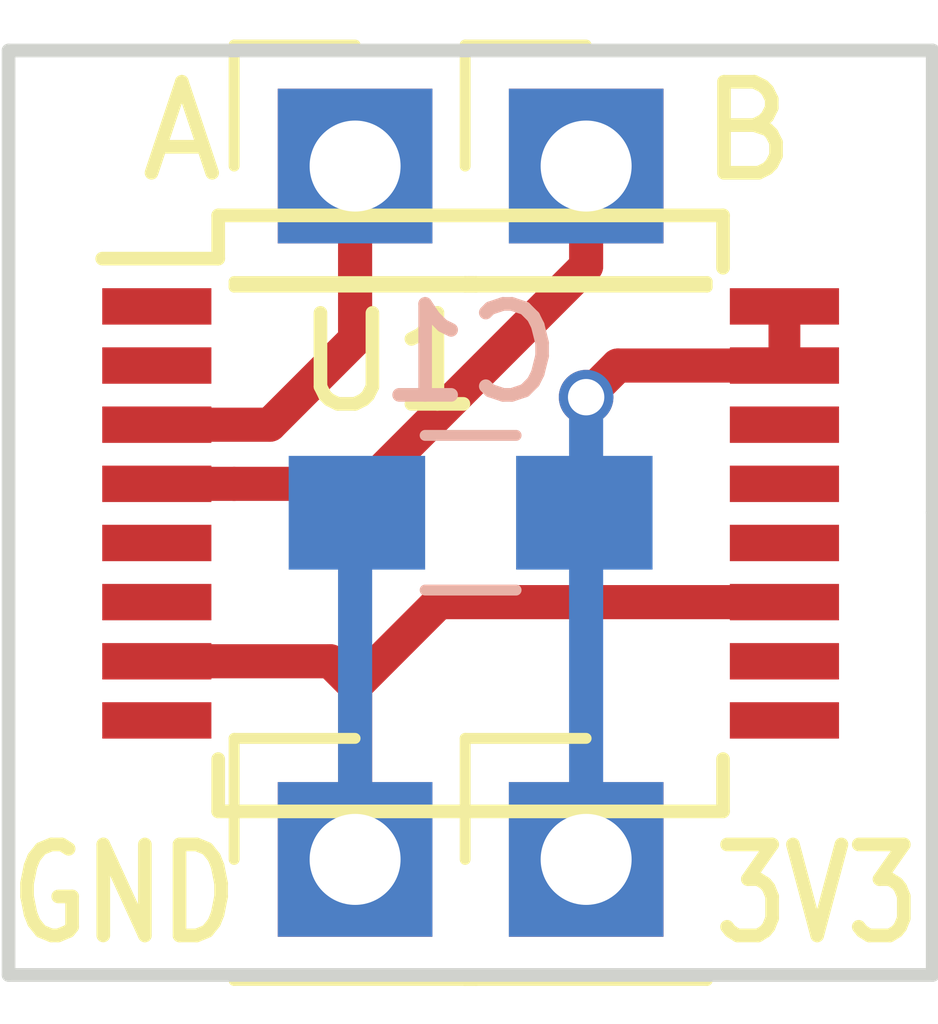
<source format=kicad_pcb>
(kicad_pcb (version 4) (host pcbnew 4.0.7)

  (general
    (links 8)
    (no_connects 0)
    (area 140.477142 93.224999 156.702858 106.275)
    (thickness 1.6)
    (drawings 5)
    (tracks 22)
    (zones 0)
    (modules 6)
    (nets 15)
  )

  (page A4)
  (layers
    (0 F.Cu signal)
    (31 B.Cu signal)
    (32 B.Adhes user)
    (33 F.Adhes user)
    (34 B.Paste user)
    (35 F.Paste user)
    (36 B.SilkS user)
    (37 F.SilkS user)
    (38 B.Mask user)
    (39 F.Mask user hide)
    (40 Dwgs.User user)
    (41 Cmts.User user)
    (42 Eco1.User user)
    (43 Eco2.User user)
    (44 Edge.Cuts user)
    (45 Margin user)
    (46 B.CrtYd user)
    (47 F.CrtYd user)
    (48 B.Fab user)
    (49 F.Fab user hide)
  )

  (setup
    (last_trace_width 0.25)
    (trace_clearance 0.2)
    (zone_clearance 0.508)
    (zone_45_only no)
    (trace_min 0.2)
    (segment_width 0.2)
    (edge_width 0.15)
    (via_size 0.6)
    (via_drill 0.4)
    (via_min_size 0.4)
    (via_min_drill 0.3)
    (uvia_size 0.3)
    (uvia_drill 0.1)
    (uvias_allowed no)
    (uvia_min_size 0.2)
    (uvia_min_drill 0.1)
    (pcb_text_width 0.3)
    (pcb_text_size 1.5 1.5)
    (mod_edge_width 0.15)
    (mod_text_size 1 1)
    (mod_text_width 0.15)
    (pad_size 1.524 1.524)
    (pad_drill 0.762)
    (pad_to_mask_clearance 0.2)
    (aux_axis_origin 0 0)
    (grid_origin 147.32 102.87)
    (visible_elements 7FFFFFFF)
    (pcbplotparams
      (layerselection 0x00030_80000001)
      (usegerberextensions false)
      (excludeedgelayer true)
      (linewidth 0.100000)
      (plotframeref false)
      (viasonmask false)
      (mode 1)
      (useauxorigin false)
      (hpglpennumber 1)
      (hpglpenspeed 20)
      (hpglpendiameter 15)
      (hpglpenoverlay 2)
      (psnegative false)
      (psa4output false)
      (plotreference true)
      (plotvalue true)
      (plotinvisibletext false)
      (padsonsilk false)
      (subtractmaskfromsilk false)
      (outputformat 1)
      (mirror false)
      (drillshape 1)
      (scaleselection 1)
      (outputdirectory ""))
  )

  (net 0 "")
  (net 1 "Net-(U1-Pad1)")
  (net 2 "Net-(U1-Pad2)")
  (net 3 "Net-(U1-Pad5)")
  (net 4 "Net-(U1-Pad6)")
  (net 5 "Net-(U1-Pad8)")
  (net 6 "Net-(U1-Pad9)")
  (net 7 "Net-(U1-Pad10)")
  (net 8 "Net-(U1-Pad12)")
  (net 9 "Net-(U1-Pad13)")
  (net 10 "Net-(U1-Pad14)")
  (net 11 "Net-(C1-Pad1)")
  (net 12 "Net-(C1-Pad2)")
  (net 13 "Net-(J1-Pad1)")
  (net 14 "Net-(J2-Pad1)")

  (net_class Default "Это класс цепей по умолчанию."
    (clearance 0.2)
    (trace_width 0.25)
    (via_dia 0.6)
    (via_drill 0.4)
    (uvia_dia 0.3)
    (uvia_drill 0.1)
    (add_net "Net-(C1-Pad1)")
    (add_net "Net-(C1-Pad2)")
    (add_net "Net-(J1-Pad1)")
    (add_net "Net-(J2-Pad1)")
    (add_net "Net-(U1-Pad1)")
    (add_net "Net-(U1-Pad10)")
    (add_net "Net-(U1-Pad12)")
    (add_net "Net-(U1-Pad13)")
    (add_net "Net-(U1-Pad14)")
    (add_net "Net-(U1-Pad2)")
    (add_net "Net-(U1-Pad5)")
    (add_net "Net-(U1-Pad6)")
    (add_net "Net-(U1-Pad8)")
    (add_net "Net-(U1-Pad9)")
  )

  (module Capacitors_SMD:C_0805_HandSoldering (layer B.Cu) (tedit 58AA84A8) (tstamp 5A874EEE)
    (at 148.59 99.06 180)
    (descr "Capacitor SMD 0805, hand soldering")
    (tags "capacitor 0805")
    (path /5A874C3C)
    (attr smd)
    (fp_text reference C1 (at 0 1.75 180) (layer B.SilkS)
      (effects (font (size 1 1) (thickness 0.15)) (justify mirror))
    )
    (fp_text value C_Small (at 0 -1.75 180) (layer B.Fab)
      (effects (font (size 1 1) (thickness 0.15)) (justify mirror))
    )
    (fp_text user %R (at 0 1.75 180) (layer B.Fab)
      (effects (font (size 1 1) (thickness 0.15)) (justify mirror))
    )
    (fp_line (start -1 -0.62) (end -1 0.62) (layer B.Fab) (width 0.1))
    (fp_line (start 1 -0.62) (end -1 -0.62) (layer B.Fab) (width 0.1))
    (fp_line (start 1 0.62) (end 1 -0.62) (layer B.Fab) (width 0.1))
    (fp_line (start -1 0.62) (end 1 0.62) (layer B.Fab) (width 0.1))
    (fp_line (start 0.5 0.85) (end -0.5 0.85) (layer B.SilkS) (width 0.12))
    (fp_line (start -0.5 -0.85) (end 0.5 -0.85) (layer B.SilkS) (width 0.12))
    (fp_line (start -2.25 0.88) (end 2.25 0.88) (layer B.CrtYd) (width 0.05))
    (fp_line (start -2.25 0.88) (end -2.25 -0.87) (layer B.CrtYd) (width 0.05))
    (fp_line (start 2.25 -0.87) (end 2.25 0.88) (layer B.CrtYd) (width 0.05))
    (fp_line (start 2.25 -0.87) (end -2.25 -0.87) (layer B.CrtYd) (width 0.05))
    (pad 1 smd rect (at -1.25 0 180) (size 1.5 1.25) (layers B.Cu B.Paste B.Mask)
      (net 11 "Net-(C1-Pad1)"))
    (pad 2 smd rect (at 1.25 0 180) (size 1.5 1.25) (layers B.Cu B.Paste B.Mask)
      (net 12 "Net-(C1-Pad2)"))
    (model Capacitors_SMD.3dshapes/C_0805.wrl
      (at (xyz 0 0 0))
      (scale (xyz 1 1 1))
      (rotate (xyz 0 0 0))
    )
  )

  (module Pin_Headers:Pin_Header_Straight_1x01_Pitch2.54mm (layer F.Cu) (tedit 5A875BD6) (tstamp 5A8758A4)
    (at 147.32 95.25)
    (descr "Through hole straight pin header, 1x01, 2.54mm pitch, single row")
    (tags "Through hole pin header THT 1x01 2.54mm single row")
    (path /5A875614)
    (fp_text reference A (at -1.905 -0.381) (layer F.SilkS)
      (effects (font (size 1 1) (thickness 0.15)))
    )
    (fp_text value Conn_01x01_Male (at 0 2.33) (layer F.Fab)
      (effects (font (size 1 1) (thickness 0.15)))
    )
    (fp_line (start -0.635 -1.27) (end 1.27 -1.27) (layer F.Fab) (width 0.1))
    (fp_line (start 1.27 -1.27) (end 1.27 1.27) (layer F.Fab) (width 0.1))
    (fp_line (start 1.27 1.27) (end -1.27 1.27) (layer F.Fab) (width 0.1))
    (fp_line (start -1.27 1.27) (end -1.27 -0.635) (layer F.Fab) (width 0.1))
    (fp_line (start -1.27 -0.635) (end -0.635 -1.27) (layer F.Fab) (width 0.1))
    (fp_line (start -1.33 1.33) (end 1.33 1.33) (layer F.SilkS) (width 0.12))
    (fp_line (start -1.33 1.27) (end -1.33 1.33) (layer F.SilkS) (width 0.12))
    (fp_line (start 1.33 1.27) (end 1.33 1.33) (layer F.SilkS) (width 0.12))
    (fp_line (start -1.33 1.27) (end 1.33 1.27) (layer F.SilkS) (width 0.12))
    (fp_line (start -1.33 0) (end -1.33 -1.33) (layer F.SilkS) (width 0.12))
    (fp_line (start -1.33 -1.33) (end 0 -1.33) (layer F.SilkS) (width 0.12))
    (fp_line (start -1.8 -1.8) (end -1.8 1.8) (layer F.CrtYd) (width 0.05))
    (fp_line (start -1.8 1.8) (end 1.8 1.8) (layer F.CrtYd) (width 0.05))
    (fp_line (start 1.8 1.8) (end 1.8 -1.8) (layer F.CrtYd) (width 0.05))
    (fp_line (start 1.8 -1.8) (end -1.8 -1.8) (layer F.CrtYd) (width 0.05))
    (fp_text user %R (at 0 0 90) (layer F.Fab)
      (effects (font (size 1 1) (thickness 0.15)))
    )
    (pad 1 thru_hole rect (at 0 0) (size 1.7 1.7) (drill 1) (layers *.Cu *.Mask)
      (net 13 "Net-(J1-Pad1)"))
    (model ${KISYS3DMOD}/Pin_Headers.3dshapes/Pin_Header_Straight_1x01_Pitch2.54mm.wrl
      (at (xyz 0 0 0))
      (scale (xyz 1 1 1))
      (rotate (xyz 0 0 0))
    )
  )

  (module Pin_Headers:Pin_Header_Straight_1x01_Pitch2.54mm (layer F.Cu) (tedit 5A875BD1) (tstamp 5A8758B9)
    (at 149.86 95.25)
    (descr "Through hole straight pin header, 1x01, 2.54mm pitch, single row")
    (tags "Through hole pin header THT 1x01 2.54mm single row")
    (path /5A875669)
    (fp_text reference B (at 1.778 -0.381) (layer F.SilkS)
      (effects (font (size 1 1) (thickness 0.15)))
    )
    (fp_text value Conn_01x01_Male (at 0 2.33) (layer F.Fab)
      (effects (font (size 1 1) (thickness 0.15)))
    )
    (fp_line (start -0.635 -1.27) (end 1.27 -1.27) (layer F.Fab) (width 0.1))
    (fp_line (start 1.27 -1.27) (end 1.27 1.27) (layer F.Fab) (width 0.1))
    (fp_line (start 1.27 1.27) (end -1.27 1.27) (layer F.Fab) (width 0.1))
    (fp_line (start -1.27 1.27) (end -1.27 -0.635) (layer F.Fab) (width 0.1))
    (fp_line (start -1.27 -0.635) (end -0.635 -1.27) (layer F.Fab) (width 0.1))
    (fp_line (start -1.33 1.33) (end 1.33 1.33) (layer F.SilkS) (width 0.12))
    (fp_line (start -1.33 1.27) (end -1.33 1.33) (layer F.SilkS) (width 0.12))
    (fp_line (start 1.33 1.27) (end 1.33 1.33) (layer F.SilkS) (width 0.12))
    (fp_line (start -1.33 1.27) (end 1.33 1.27) (layer F.SilkS) (width 0.12))
    (fp_line (start -1.33 0) (end -1.33 -1.33) (layer F.SilkS) (width 0.12))
    (fp_line (start -1.33 -1.33) (end 0 -1.33) (layer F.SilkS) (width 0.12))
    (fp_line (start -1.8 -1.8) (end -1.8 1.8) (layer F.CrtYd) (width 0.05))
    (fp_line (start -1.8 1.8) (end 1.8 1.8) (layer F.CrtYd) (width 0.05))
    (fp_line (start 1.8 1.8) (end 1.8 -1.8) (layer F.CrtYd) (width 0.05))
    (fp_line (start 1.8 -1.8) (end -1.8 -1.8) (layer F.CrtYd) (width 0.05))
    (fp_text user %R (at 0 0 90) (layer F.Fab)
      (effects (font (size 1 1) (thickness 0.15)))
    )
    (pad 1 thru_hole rect (at 0 0) (size 1.7 1.7) (drill 1) (layers *.Cu *.Mask)
      (net 14 "Net-(J2-Pad1)"))
    (model ${KISYS3DMOD}/Pin_Headers.3dshapes/Pin_Header_Straight_1x01_Pitch2.54mm.wrl
      (at (xyz 0 0 0))
      (scale (xyz 1 1 1))
      (rotate (xyz 0 0 0))
    )
  )

  (module Pin_Headers:Pin_Header_Straight_1x01_Pitch2.54mm (layer F.Cu) (tedit 5A9F2B5F) (tstamp 5A8758CE)
    (at 149.86 102.87)
    (descr "Through hole straight pin header, 1x01, 2.54mm pitch, single row")
    (tags "Through hole pin header THT 1x01 2.54mm single row")
    (path /5A87556E)
    (fp_text reference 3V3 (at 2.54 0.381) (layer F.SilkS)
      (effects (font (size 1 0.8) (thickness 0.15)))
    )
    (fp_text value Conn_01x01_Male (at 0 2.33) (layer F.Fab)
      (effects (font (size 1 1) (thickness 0.15)))
    )
    (fp_line (start -0.635 -1.27) (end 1.27 -1.27) (layer F.Fab) (width 0.1))
    (fp_line (start 1.27 -1.27) (end 1.27 1.27) (layer F.Fab) (width 0.1))
    (fp_line (start 1.27 1.27) (end -1.27 1.27) (layer F.Fab) (width 0.1))
    (fp_line (start -1.27 1.27) (end -1.27 -0.635) (layer F.Fab) (width 0.1))
    (fp_line (start -1.27 -0.635) (end -0.635 -1.27) (layer F.Fab) (width 0.1))
    (fp_line (start -1.33 1.33) (end 1.33 1.33) (layer F.SilkS) (width 0.12))
    (fp_line (start -1.33 1.27) (end -1.33 1.33) (layer F.SilkS) (width 0.12))
    (fp_line (start 1.33 1.27) (end 1.33 1.33) (layer F.SilkS) (width 0.12))
    (fp_line (start -1.33 1.27) (end 1.33 1.27) (layer F.SilkS) (width 0.12))
    (fp_line (start -1.33 0) (end -1.33 -1.33) (layer F.SilkS) (width 0.12))
    (fp_line (start -1.33 -1.33) (end 0 -1.33) (layer F.SilkS) (width 0.12))
    (fp_line (start -1.8 -1.8) (end -1.8 1.8) (layer F.CrtYd) (width 0.05))
    (fp_line (start -1.8 1.8) (end 1.8 1.8) (layer F.CrtYd) (width 0.05))
    (fp_line (start 1.8 1.8) (end 1.8 -1.8) (layer F.CrtYd) (width 0.05))
    (fp_line (start 1.8 -1.8) (end -1.8 -1.8) (layer F.CrtYd) (width 0.05))
    (fp_text user %R (at 0 0 90) (layer F.Fab)
      (effects (font (size 1 1) (thickness 0.15)))
    )
    (pad 1 thru_hole rect (at 0 0) (size 1.7 1.7) (drill 1) (layers *.Cu *.Mask)
      (net 11 "Net-(C1-Pad1)"))
    (model ${KISYS3DMOD}/Pin_Headers.3dshapes/Pin_Header_Straight_1x01_Pitch2.54mm.wrl
      (at (xyz 0 0 0))
      (scale (xyz 1 1 1))
      (rotate (xyz 0 0 0))
    )
  )

  (module Pin_Headers:Pin_Header_Straight_1x01_Pitch2.54mm (layer F.Cu) (tedit 5A9F2B4E) (tstamp 5A8758E3)
    (at 147.32 102.87)
    (descr "Through hole straight pin header, 1x01, 2.54mm pitch, single row")
    (tags "Through hole pin header THT 1x01 2.54mm single row")
    (path /5A8755D9)
    (fp_text reference GND (at -2.54 0.381) (layer F.SilkS)
      (effects (font (size 1 0.8) (thickness 0.15)))
    )
    (fp_text value Conn_01x01_Male (at 0 2.33) (layer F.Fab)
      (effects (font (size 1 1) (thickness 0.15)))
    )
    (fp_line (start -0.635 -1.27) (end 1.27 -1.27) (layer F.Fab) (width 0.1))
    (fp_line (start 1.27 -1.27) (end 1.27 1.27) (layer F.Fab) (width 0.1))
    (fp_line (start 1.27 1.27) (end -1.27 1.27) (layer F.Fab) (width 0.1))
    (fp_line (start -1.27 1.27) (end -1.27 -0.635) (layer F.Fab) (width 0.1))
    (fp_line (start -1.27 -0.635) (end -0.635 -1.27) (layer F.Fab) (width 0.1))
    (fp_line (start -1.33 1.33) (end 1.33 1.33) (layer F.SilkS) (width 0.12))
    (fp_line (start -1.33 1.27) (end -1.33 1.33) (layer F.SilkS) (width 0.12))
    (fp_line (start 1.33 1.27) (end 1.33 1.33) (layer F.SilkS) (width 0.12))
    (fp_line (start -1.33 1.27) (end 1.33 1.27) (layer F.SilkS) (width 0.12))
    (fp_line (start -1.33 0) (end -1.33 -1.33) (layer F.SilkS) (width 0.12))
    (fp_line (start -1.33 -1.33) (end 0 -1.33) (layer F.SilkS) (width 0.12))
    (fp_line (start -1.8 -1.8) (end -1.8 1.8) (layer F.CrtYd) (width 0.05))
    (fp_line (start -1.8 1.8) (end 1.8 1.8) (layer F.CrtYd) (width 0.05))
    (fp_line (start 1.8 1.8) (end 1.8 -1.8) (layer F.CrtYd) (width 0.05))
    (fp_line (start 1.8 -1.8) (end -1.8 -1.8) (layer F.CrtYd) (width 0.05))
    (fp_text user %R (at 0 0 90) (layer F.Fab)
      (effects (font (size 1 1) (thickness 0.15)))
    )
    (pad 1 thru_hole rect (at 0 0) (size 1.7 1.7) (drill 1) (layers *.Cu *.Mask)
      (net 12 "Net-(C1-Pad2)"))
    (model ${KISYS3DMOD}/Pin_Headers.3dshapes/Pin_Header_Straight_1x01_Pitch2.54mm.wrl
      (at (xyz 0 0 0))
      (scale (xyz 1 1 1))
      (rotate (xyz 0 0 0))
    )
  )

  (module Housings_SSOP:SSOP-16_5.3x6.2mm_Pitch0.65mm (layer F.Cu) (tedit 54130A77) (tstamp 5A9F2488)
    (at 148.59 99.0675)
    (descr "SSOP16: plastic shrink small outline package; 16 leads; body width 5.3 mm; (see NXP SSOP-TSSOP-VSO-REFLOW.pdf and sot338-1_po.pdf)")
    (tags "SSOP 0.65")
    (path /5A874BBC)
    (attr smd)
    (fp_text reference U1 (at -0.889 -1.6585) (layer F.SilkS)
      (effects (font (size 1 1) (thickness 0.15)))
    )
    (fp_text value AD5593R (at 0 4.2) (layer F.Fab)
      (effects (font (size 1 1) (thickness 0.15)))
    )
    (fp_line (start -1.65 -3.1) (end 2.65 -3.1) (layer F.Fab) (width 0.15))
    (fp_line (start 2.65 -3.1) (end 2.65 3.1) (layer F.Fab) (width 0.15))
    (fp_line (start 2.65 3.1) (end -2.65 3.1) (layer F.Fab) (width 0.15))
    (fp_line (start -2.65 3.1) (end -2.65 -2.1) (layer F.Fab) (width 0.15))
    (fp_line (start -2.65 -2.1) (end -1.65 -3.1) (layer F.Fab) (width 0.15))
    (fp_line (start -4.3 -3.45) (end -4.3 3.45) (layer F.CrtYd) (width 0.05))
    (fp_line (start 4.3 -3.45) (end 4.3 3.45) (layer F.CrtYd) (width 0.05))
    (fp_line (start -4.3 -3.45) (end 4.3 -3.45) (layer F.CrtYd) (width 0.05))
    (fp_line (start -4.3 3.45) (end 4.3 3.45) (layer F.CrtYd) (width 0.05))
    (fp_line (start -2.775 -3.275) (end -2.775 -2.8) (layer F.SilkS) (width 0.15))
    (fp_line (start 2.775 -3.275) (end 2.775 -2.7) (layer F.SilkS) (width 0.15))
    (fp_line (start 2.775 3.275) (end 2.775 2.7) (layer F.SilkS) (width 0.15))
    (fp_line (start -2.775 3.275) (end -2.775 2.7) (layer F.SilkS) (width 0.15))
    (fp_line (start -2.775 -3.275) (end 2.775 -3.275) (layer F.SilkS) (width 0.15))
    (fp_line (start -2.775 3.275) (end 2.775 3.275) (layer F.SilkS) (width 0.15))
    (fp_line (start -2.775 -2.8) (end -4.05 -2.8) (layer F.SilkS) (width 0.15))
    (fp_text user %R (at 0 0) (layer F.Fab)
      (effects (font (size 0.8 0.8) (thickness 0.15)))
    )
    (pad 1 smd rect (at -3.45 -2.275) (size 1.2 0.4) (layers F.Cu F.Paste F.Mask)
      (net 1 "Net-(U1-Pad1)"))
    (pad 2 smd rect (at -3.45 -1.625) (size 1.2 0.4) (layers F.Cu F.Paste F.Mask)
      (net 2 "Net-(U1-Pad2)"))
    (pad 3 smd rect (at -3.45 -0.975) (size 1.2 0.4) (layers F.Cu F.Paste F.Mask)
      (net 13 "Net-(J1-Pad1)"))
    (pad 4 smd rect (at -3.45 -0.325) (size 1.2 0.4) (layers F.Cu F.Paste F.Mask)
      (net 14 "Net-(J2-Pad1)"))
    (pad 5 smd rect (at -3.45 0.325) (size 1.2 0.4) (layers F.Cu F.Paste F.Mask)
      (net 3 "Net-(U1-Pad5)"))
    (pad 6 smd rect (at -3.45 0.975) (size 1.2 0.4) (layers F.Cu F.Paste F.Mask)
      (net 4 "Net-(U1-Pad6)"))
    (pad 7 smd rect (at -3.45 1.625) (size 1.2 0.4) (layers F.Cu F.Paste F.Mask)
      (net 12 "Net-(C1-Pad2)"))
    (pad 8 smd rect (at -3.45 2.275) (size 1.2 0.4) (layers F.Cu F.Paste F.Mask)
      (net 5 "Net-(U1-Pad8)"))
    (pad 9 smd rect (at 3.45 2.275) (size 1.2 0.4) (layers F.Cu F.Paste F.Mask)
      (net 6 "Net-(U1-Pad9)"))
    (pad 10 smd rect (at 3.45 1.625) (size 1.2 0.4) (layers F.Cu F.Paste F.Mask)
      (net 7 "Net-(U1-Pad10)"))
    (pad 11 smd rect (at 3.45 0.975) (size 1.2 0.4) (layers F.Cu F.Paste F.Mask)
      (net 12 "Net-(C1-Pad2)"))
    (pad 12 smd rect (at 3.45 0.325) (size 1.2 0.4) (layers F.Cu F.Paste F.Mask)
      (net 8 "Net-(U1-Pad12)"))
    (pad 13 smd rect (at 3.45 -0.325) (size 1.2 0.4) (layers F.Cu F.Paste F.Mask)
      (net 9 "Net-(U1-Pad13)"))
    (pad 14 smd rect (at 3.45 -0.975) (size 1.2 0.4) (layers F.Cu F.Paste F.Mask)
      (net 10 "Net-(U1-Pad14)"))
    (pad 15 smd rect (at 3.45 -1.625) (size 1.2 0.4) (layers F.Cu F.Paste F.Mask)
      (net 11 "Net-(C1-Pad1)"))
    (pad 16 smd rect (at 3.45 -2.275) (size 1.2 0.4) (layers F.Cu F.Paste F.Mask)
      (net 11 "Net-(C1-Pad1)"))
    (model ${KISYS3DMOD}/Housings_SSOP.3dshapes/SSOP-16_5.3x6.2mm_Pitch0.65mm.wrl
      (at (xyz 0 0 0))
      (scale (xyz 1 1 1))
      (rotate (xyz 0 0 0))
    )
  )

  (gr_line (start 143.51 104.14) (end 153.67 104.14) (layer Edge.Cuts) (width 0.15))
  (gr_line (start 153.67 104.14) (end 153.67 99.06) (layer Edge.Cuts) (width 0.15))
  (gr_line (start 143.51 93.98) (end 143.51 104.14) (layer Edge.Cuts) (width 0.15))
  (gr_line (start 153.67 93.98) (end 143.51 93.98) (layer Edge.Cuts) (width 0.15))
  (gr_line (start 153.67 99.06) (end 153.67 93.98) (layer Edge.Cuts) (width 0.15))

  (segment (start 149.86 97.79) (end 149.86 99.04) (width 0.375) (layer B.Cu) (net 11))
  (segment (start 149.86 99.04) (end 149.84 99.06) (width 0.25) (layer B.Cu) (net 11))
  (segment (start 152.04 97.4425) (end 150.2075 97.4425) (width 0.375) (layer F.Cu) (net 11))
  (segment (start 150.2075 97.4425) (end 149.86 97.79) (width 0.375) (layer F.Cu) (net 11))
  (via (at 149.86 97.79) (size 0.6) (drill 0.4) (layers F.Cu B.Cu) (net 11))
  (segment (start 152.04 96.7925) (end 152.04 97.4425) (width 0.35) (layer F.Cu) (net 11))
  (segment (start 149.86 102.87) (end 149.86 99.08) (width 0.375) (layer B.Cu) (net 11))
  (segment (start 149.86 99.08) (end 149.84 99.06) (width 0.25) (layer B.Cu) (net 11))
  (segment (start 152.04 100.0425) (end 148.2425 100.0425) (width 0.375) (layer F.Cu) (net 12))
  (segment (start 148.2425 100.0425) (end 147.32 100.965) (width 0.375) (layer F.Cu) (net 12))
  (segment (start 147.0475 100.6925) (end 147.32 100.965) (width 0.375) (layer F.Cu) (net 12))
  (segment (start 147.32 100.965) (end 147.32 102.87) (width 0.375) (layer F.Cu) (net 12))
  (segment (start 145.14 100.6925) (end 147.0475 100.6925) (width 0.375) (layer F.Cu) (net 12))
  (segment (start 147.32 102.87) (end 147.32 99.08) (width 0.375) (layer B.Cu) (net 12))
  (segment (start 147.32 99.08) (end 147.34 99.06) (width 0.25) (layer B.Cu) (net 12))
  (segment (start 147.32 97.155) (end 146.3825 98.0925) (width 0.375) (layer F.Cu) (net 13))
  (segment (start 146.3825 98.0925) (end 145.14 98.0925) (width 0.375) (layer F.Cu) (net 13))
  (segment (start 147.32 95.25) (end 147.32 97.155) (width 0.375) (layer F.Cu) (net 13))
  (segment (start 149.86 95.25) (end 149.86 96.35) (width 0.375) (layer F.Cu) (net 14))
  (segment (start 149.86 96.35) (end 147.4675 98.7425) (width 0.375) (layer F.Cu) (net 14))
  (segment (start 147.4675 98.7425) (end 145.99 98.7425) (width 0.375) (layer F.Cu) (net 14))
  (segment (start 145.99 98.7425) (end 145.14 98.7425) (width 0.375) (layer F.Cu) (net 14))

)

</source>
